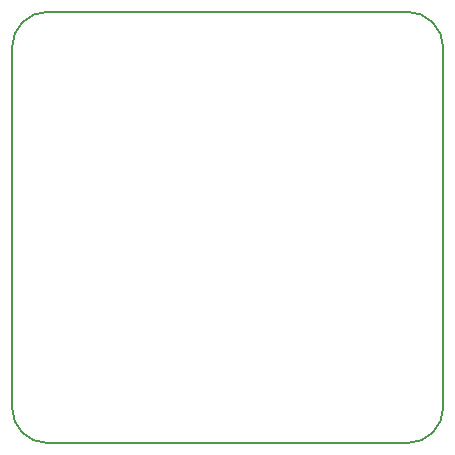
<source format=gko>
G04 Layer: BoardOutlineLayer*
G04 EasyEDA v6.5.40, 2024-02-08 20:30:12*
G04 8a8f0ff451d84adea016c743fcc8db9f,2e16165ee3bb4678bfb3015e44e098b9,10*
G04 Gerber Generator version 0.2*
G04 Scale: 100 percent, Rotated: No, Reflected: No *
G04 Dimensions in millimeters *
G04 leading zeros omitted , absolute positions ,4 integer and 5 decimal *
%FSLAX45Y45*%
%MOMM*%

%ADD10C,0.2000*%
D10*
X0Y3349993D02*
G01*
X0Y299999D01*
X3649992Y3349993D02*
G01*
X3649992Y299999D01*
X299999Y3649992D02*
G01*
X3349993Y3649992D01*
X299999Y0D02*
G01*
X3349993Y0D01*
G75*
G01*
X299999Y3649993D02*
G03*
X0Y3349993I0J-300000D01*
G75*
G01*
X3649993Y3349993D02*
G03*
X3349993Y3649993I-300000J0D01*
G75*
G01*
X3349993Y0D02*
G03*
X3649993Y299999I0J299999D01*
G75*
G01*
X0Y299999D02*
G03*
X299999Y0I299999J0D01*

%LPD*%
M02*

</source>
